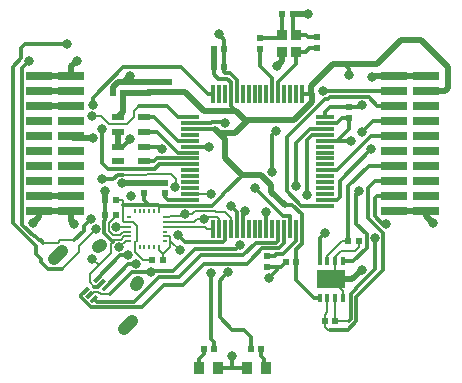
<source format=gtl>
G04 #@! TF.FileFunction,Copper,L1,Top,Signal*
%FSLAX46Y46*%
G04 Gerber Fmt 4.6, Leading zero omitted, Abs format (unit mm)*
G04 Created by KiCad (PCBNEW 4.0.0-rc1-stable) date 23/05/2016 12:24:27*
%MOMM*%
G01*
G04 APERTURE LIST*
%ADD10C,0.100000*%
%ADD11R,0.300000X1.500000*%
%ADD12R,1.500000X0.300000*%
%ADD13R,2.220000X0.740000*%
%ADD14R,0.620000X0.620000*%
%ADD15R,0.200000X0.400000*%
%ADD16R,0.400000X0.200000*%
%ADD17R,0.350000X0.650000*%
%ADD18R,0.800000X0.800000*%
%ADD19R,2.400000X1.550000*%
%ADD20R,0.950000X1.000000*%
%ADD21R,1.100000X0.600000*%
%ADD22R,0.850000X0.950000*%
%ADD23C,1.000000*%
%ADD24C,0.800000*%
%ADD25C,0.200000*%
%ADD26C,0.300000*%
%ADD27C,0.500000*%
%ADD28C,0.150000*%
G04 APERTURE END LIST*
D10*
D11*
X105869953Y-95808473D03*
X105369953Y-95808473D03*
X104869953Y-95808473D03*
X104369953Y-95808473D03*
X103869953Y-95808473D03*
X103369953Y-95808473D03*
X102869953Y-95808473D03*
X102369953Y-95808473D03*
X101869953Y-95808473D03*
X101369953Y-95808473D03*
X100869953Y-95808473D03*
X100369953Y-95808473D03*
X99869953Y-95808473D03*
X99369953Y-95808473D03*
X98869953Y-95808473D03*
X98369953Y-95808473D03*
D12*
X96419953Y-97758473D03*
X96419953Y-98258473D03*
X96419953Y-98758473D03*
X96419953Y-99258473D03*
X96419953Y-99758473D03*
X96419953Y-100258473D03*
X96419953Y-100758473D03*
X96419953Y-101258473D03*
X96419953Y-101758473D03*
X96419953Y-102258473D03*
X96419953Y-102758473D03*
X96419953Y-103258473D03*
X96419953Y-103758473D03*
X96419953Y-104258473D03*
X96419953Y-104758473D03*
X96419953Y-105258473D03*
D11*
X98369953Y-107208473D03*
X98869953Y-107208473D03*
X99369953Y-107208473D03*
X99869953Y-107208473D03*
X100369953Y-107208473D03*
X100869953Y-107208473D03*
X101369953Y-107208473D03*
X101869953Y-107208473D03*
X102369953Y-107208473D03*
X102869953Y-107208473D03*
X103369953Y-107208473D03*
X103869953Y-107208473D03*
X104369953Y-107208473D03*
X104869953Y-107208473D03*
X105369953Y-107208473D03*
X105869953Y-107208473D03*
D12*
X107819953Y-105258473D03*
X107819953Y-104758473D03*
X107819953Y-104258473D03*
X107819953Y-103758473D03*
X107819953Y-103258473D03*
X107819953Y-102758473D03*
X107819953Y-102258473D03*
X107819953Y-101758473D03*
X107819953Y-101258473D03*
X107819953Y-100758473D03*
X107819953Y-100258473D03*
X107819953Y-99758473D03*
X107819953Y-99258473D03*
X107819953Y-98758473D03*
X107819953Y-98258473D03*
X107819953Y-97758473D03*
D13*
X86365000Y-94285000D03*
X83635000Y-94285000D03*
X86365000Y-95555000D03*
X83635000Y-95555000D03*
X86365000Y-96825000D03*
X83635000Y-96825000D03*
X86365000Y-98095000D03*
X83635000Y-98095000D03*
X86365000Y-99365000D03*
X83635000Y-99365000D03*
X86365000Y-100635000D03*
X83635000Y-100635000D03*
X86365000Y-101905000D03*
X83635000Y-101905000D03*
X86365000Y-103175000D03*
X83635000Y-103175000D03*
X86365000Y-104445000D03*
X83635000Y-104445000D03*
X86365000Y-105715000D03*
X83635000Y-105715000D03*
D14*
X98450000Y-117400000D03*
X97550000Y-117400000D03*
D15*
X93750000Y-105750000D03*
X93350000Y-105750000D03*
X92950000Y-105750000D03*
X92550000Y-105750000D03*
X92150000Y-105750000D03*
X91750000Y-105750000D03*
D16*
X91250000Y-106250000D03*
X91250000Y-106650000D03*
X91250000Y-107050000D03*
X91250000Y-107450000D03*
X91250000Y-107850000D03*
X91250000Y-108250000D03*
D15*
X91750000Y-108750000D03*
X92150000Y-108750000D03*
X92550000Y-108750000D03*
X92950000Y-108750000D03*
X93350000Y-108750000D03*
X93750000Y-108750000D03*
D16*
X94250000Y-108250000D03*
X94250000Y-107850000D03*
X94250000Y-107450000D03*
X94250000Y-107050000D03*
X94250000Y-106650000D03*
X94250000Y-106250000D03*
D14*
X94100000Y-109850000D03*
X93200000Y-109850000D03*
D13*
X116365000Y-94285000D03*
X113635000Y-94285000D03*
X116365000Y-95555000D03*
X113635000Y-95555000D03*
X116365000Y-96825000D03*
X113635000Y-96825000D03*
X116365000Y-98095000D03*
X113635000Y-98095000D03*
X116365000Y-99365000D03*
X113635000Y-99365000D03*
X116365000Y-100635000D03*
X113635000Y-100635000D03*
X116365000Y-101905000D03*
X113635000Y-101905000D03*
X116365000Y-103175000D03*
X113635000Y-103175000D03*
X116365000Y-104445000D03*
X113635000Y-104445000D03*
X116365000Y-105715000D03*
X113635000Y-105715000D03*
D17*
X109325000Y-109950000D03*
X108675000Y-109950000D03*
X108025000Y-109950000D03*
X107375000Y-109950000D03*
X107375000Y-113050000D03*
X108025000Y-113050000D03*
X108675000Y-113050000D03*
X109325000Y-113050000D03*
D18*
X108950000Y-111500000D03*
X107750000Y-111500000D03*
X108950000Y-111500000D03*
X107750000Y-111500000D03*
D19*
X108350000Y-111500000D03*
D14*
X99319953Y-93508473D03*
X98419953Y-93508473D03*
X99319953Y-92008473D03*
X98419953Y-92008473D03*
X93000000Y-94750000D03*
X93000000Y-95650000D03*
X94600000Y-94750000D03*
X94600000Y-95650000D03*
X90150000Y-106025000D03*
X89250000Y-106025000D03*
X89250000Y-104800000D03*
X90150000Y-104800000D03*
X107119953Y-91008473D03*
X107119953Y-91908473D03*
X104219953Y-89008473D03*
X105119953Y-89008473D03*
X92500000Y-103300000D03*
X92500000Y-104200000D03*
X109850000Y-97800000D03*
X109850000Y-96900000D03*
X104500000Y-110025000D03*
X105400000Y-110025000D03*
X102950000Y-109525000D03*
X102950000Y-110425000D03*
X94250000Y-104200000D03*
X94250000Y-103300000D03*
X109800000Y-108250000D03*
X110700000Y-108250000D03*
X90750000Y-95750000D03*
X89850000Y-95750000D03*
D20*
X98800000Y-119000000D03*
X97200000Y-119000000D03*
X101200000Y-119000000D03*
X102800000Y-119000000D03*
D21*
X90300000Y-97750000D03*
X90300000Y-99000000D03*
X90300000Y-100250000D03*
X90300000Y-101500000D03*
X92500000Y-101500000D03*
X92500000Y-100250000D03*
X92500000Y-99000000D03*
X92500000Y-97750000D03*
D14*
X102369953Y-91058473D03*
X102369953Y-91958473D03*
X101550000Y-117400000D03*
X102450000Y-117400000D03*
D22*
X105369953Y-92258473D03*
X105369953Y-90808473D03*
X104219953Y-90808473D03*
X104219953Y-92258473D03*
D23*
X88654944Y-108789079D02*
X88831720Y-108612303D01*
X91801569Y-111935704D02*
X91978345Y-111758928D01*
X84924955Y-109761351D02*
X85561351Y-109124955D01*
X90829297Y-115665693D02*
X91465693Y-115029297D01*
D14*
X108700000Y-115000000D03*
X107800000Y-115000000D03*
D10*
G36*
X89417627Y-111777348D02*
X89629759Y-111989480D01*
X89127713Y-112491526D01*
X88915581Y-112279394D01*
X89417627Y-111777348D01*
X89417627Y-111777348D01*
G37*
G36*
X89064074Y-111423794D02*
X89276206Y-111635926D01*
X88774160Y-112137972D01*
X88562028Y-111925840D01*
X89064074Y-111423794D01*
X89064074Y-111423794D01*
G37*
G36*
X88710520Y-111070241D02*
X88922652Y-111282373D01*
X88420606Y-111784419D01*
X88208474Y-111572287D01*
X88710520Y-111070241D01*
X88710520Y-111070241D01*
G37*
G36*
X87692287Y-112088474D02*
X87904419Y-112300606D01*
X87402373Y-112802652D01*
X87190241Y-112590520D01*
X87692287Y-112088474D01*
X87692287Y-112088474D01*
G37*
G36*
X88045840Y-112442028D02*
X88257972Y-112654160D01*
X87755926Y-113156206D01*
X87543794Y-112944074D01*
X88045840Y-112442028D01*
X88045840Y-112442028D01*
G37*
G36*
X88399394Y-112795581D02*
X88611526Y-113007713D01*
X88109480Y-113509759D01*
X87897348Y-113297627D01*
X88399394Y-112795581D01*
X88399394Y-112795581D01*
G37*
D24*
X88141139Y-109791139D03*
X95570000Y-109040012D03*
X100000000Y-118000000D03*
X117000000Y-106750000D03*
X83125000Y-106750000D03*
X86600000Y-106800000D03*
X103750000Y-93450000D03*
X90633583Y-103370021D03*
X89250000Y-103990000D03*
X91350000Y-99625000D03*
X103075000Y-111400000D03*
X86800000Y-92975000D03*
X99350000Y-98240010D03*
X110975000Y-110675000D03*
X110025000Y-99750000D03*
X111775000Y-94325000D03*
X106425000Y-89000000D03*
X98850000Y-90750000D03*
X91300000Y-94240010D03*
X111000000Y-96775010D03*
X109825000Y-94225000D03*
X88122396Y-97687833D03*
X99850000Y-105300000D03*
X98175000Y-111000000D03*
X101100000Y-105725000D03*
X99625000Y-110900010D03*
X98000000Y-100250000D03*
X94051473Y-100448527D03*
X88951088Y-98748912D03*
X90420048Y-108780711D03*
X91375000Y-104450000D03*
X98200000Y-104250000D03*
X88151734Y-96698266D03*
X103675000Y-98925000D03*
X103351777Y-102423223D03*
X101925000Y-103800000D03*
X107646651Y-95529727D03*
X111000000Y-99000000D03*
X111750000Y-100500000D03*
X107850000Y-107550000D03*
X106325000Y-104340010D03*
X110750000Y-104000000D03*
X105400000Y-103600000D03*
X112050011Y-108000000D03*
X113000000Y-106800000D03*
X88159990Y-99500000D03*
X97578219Y-106399990D03*
X95119951Y-103700000D03*
X88925000Y-103000000D03*
X88424981Y-107249644D03*
X86000000Y-91600000D03*
X90175000Y-107069736D03*
X95400390Y-107740001D03*
X88000000Y-106400000D03*
X96000000Y-106000000D03*
X82800000Y-93000000D03*
X93080000Y-110890000D03*
X100625000Y-108625000D03*
X102800000Y-105800000D03*
X91830000Y-110180000D03*
X91174226Y-109473659D03*
D25*
X88685240Y-110324760D02*
X87957581Y-111052419D01*
X89750000Y-109260000D02*
X88685240Y-110324760D01*
X88685240Y-110324760D02*
X88674760Y-110324760D01*
X88674760Y-110324760D02*
X88141139Y-109791139D01*
X94700001Y-108724999D02*
X94700001Y-108170013D01*
X94700001Y-108170013D02*
X94750389Y-108220401D01*
X94750389Y-108220401D02*
X95570000Y-109040012D01*
X94100000Y-109340000D02*
X94100000Y-109325000D01*
X94100000Y-109325000D02*
X94700001Y-108724999D01*
X94700001Y-108724999D02*
X94700001Y-108277954D01*
X94700001Y-108277954D02*
X94740001Y-108237954D01*
X90108047Y-108130710D02*
X89897379Y-108267378D01*
X89897379Y-108267378D02*
X89750000Y-108488757D01*
D26*
X89250000Y-106025000D02*
X89250000Y-106467035D01*
X89250000Y-106467035D02*
X89124989Y-106592046D01*
X89124989Y-106592046D02*
X89124989Y-107547426D01*
X89124989Y-107547426D02*
X89871160Y-108293597D01*
X89871160Y-108293597D02*
X89897379Y-108267378D01*
D25*
X91250000Y-107850000D02*
X90851726Y-107850000D01*
X90851726Y-107850000D02*
X90571016Y-108130710D01*
X89750000Y-108488757D02*
X89750000Y-109260000D01*
X90571016Y-108130710D02*
X90108047Y-108130710D01*
X87957581Y-111052419D02*
X87957581Y-111757581D01*
X87957581Y-111757581D02*
X88303499Y-112103499D01*
D26*
X99941056Y-119000000D02*
X98800000Y-119000000D01*
X101200000Y-119000000D02*
X99941056Y-119000000D01*
X99941056Y-118058944D02*
X100000000Y-118000000D01*
X99941056Y-119000000D02*
X99941056Y-118058944D01*
X88918234Y-111781766D02*
X88596501Y-112103499D01*
X88596501Y-112103499D02*
X88303499Y-112103499D01*
D27*
X116365000Y-105715000D02*
X116365000Y-106115000D01*
X116365000Y-106115000D02*
X117000000Y-106750000D01*
X83635000Y-105715000D02*
X83635000Y-106240000D01*
X83635000Y-106240000D02*
X83125000Y-106750000D01*
X86365000Y-105715000D02*
X86365000Y-106565000D01*
X86365000Y-106565000D02*
X86600000Y-106800000D01*
X104219953Y-92980047D02*
X103750000Y-93450000D01*
X104219953Y-92258473D02*
X104219953Y-92980047D01*
D25*
X94740001Y-107940001D02*
X94740001Y-108237954D01*
D27*
X92500000Y-103300000D02*
X90703604Y-103300000D01*
X90703604Y-103300000D02*
X90633583Y-103370021D01*
D25*
X94250000Y-107850000D02*
X94650000Y-107850000D01*
X94650000Y-107850000D02*
X94740001Y-107940001D01*
D27*
X89250000Y-103990000D02*
X89250000Y-104800000D01*
D25*
X94100000Y-109850000D02*
X94100000Y-109340000D01*
X94100000Y-109340000D02*
X93750000Y-108990000D01*
X93750000Y-108990000D02*
X93750000Y-108750000D01*
D26*
X89250000Y-106025000D02*
X89250000Y-105408238D01*
X89250000Y-105408238D02*
X89250000Y-104800000D01*
X90300000Y-100250000D02*
X90725000Y-100250000D01*
X90725000Y-100250000D02*
X91350000Y-99625000D01*
D27*
X90300000Y-99000000D02*
X90300000Y-99707398D01*
X90300000Y-99707398D02*
X90300000Y-100250000D01*
D26*
X103732264Y-110425000D02*
X104100000Y-110425000D01*
X102950000Y-110425000D02*
X103732264Y-110425000D01*
X103732264Y-110425000D02*
X103732264Y-110742736D01*
X103732264Y-110742736D02*
X103075000Y-111400000D01*
X104100000Y-110425000D02*
X104500000Y-110025000D01*
D27*
X86365000Y-94285000D02*
X86365000Y-93410000D01*
X86365000Y-93410000D02*
X86800000Y-92975000D01*
X83635000Y-94285000D02*
X86365000Y-94285000D01*
X93000000Y-94750000D02*
X90940774Y-94750000D01*
X90940774Y-94750000D02*
X90865392Y-94674618D01*
X94600000Y-94750000D02*
X93000000Y-94750000D01*
X89850000Y-95237998D02*
X90337998Y-94750000D01*
X94250000Y-103300000D02*
X92500000Y-103300000D01*
D26*
X96419953Y-98258473D02*
X98174073Y-98258473D01*
X98174073Y-98258473D02*
X98264082Y-98168464D01*
X98264082Y-98168464D02*
X99278454Y-98168464D01*
X99278454Y-98168464D02*
X99350000Y-98240010D01*
D27*
X113635000Y-105715000D02*
X113560000Y-105715000D01*
X108350000Y-111500000D02*
X110150000Y-111500000D01*
X110150000Y-111500000D02*
X110975000Y-110675000D01*
D25*
X108675000Y-109950000D02*
X108675000Y-109577998D01*
X108675000Y-109577998D02*
X109177998Y-109075000D01*
X110385000Y-109075000D02*
X110700000Y-108760000D01*
X109177998Y-109075000D02*
X110385000Y-109075000D01*
X110700000Y-108760000D02*
X110700000Y-108250000D01*
D27*
X113635000Y-105715000D02*
X116365000Y-105715000D01*
D26*
X108869953Y-99758473D02*
X110016527Y-99758473D01*
X110016527Y-99758473D02*
X110025000Y-99750000D01*
X107819953Y-99758473D02*
X108869953Y-99758473D01*
X108869953Y-99758473D02*
X109850000Y-98778426D01*
X109850000Y-98778426D02*
X109850000Y-98410000D01*
X109850000Y-98410000D02*
X109850000Y-97800000D01*
D27*
X113635000Y-94285000D02*
X111815000Y-94285000D01*
X111815000Y-94285000D02*
X111775000Y-94325000D01*
X113635000Y-94285000D02*
X116365000Y-94285000D01*
D26*
X109290428Y-97800000D02*
X109850000Y-97800000D01*
X108551526Y-98248474D02*
X108841954Y-98248474D01*
X108841954Y-98248474D02*
X109290428Y-97800000D01*
X107819953Y-98258473D02*
X108541527Y-98258473D01*
X108541527Y-98258473D02*
X108551526Y-98248474D01*
D27*
X105119953Y-89008473D02*
X106416527Y-89008473D01*
X106416527Y-89008473D02*
X106425000Y-89000000D01*
D26*
X99319953Y-92008473D02*
X99319953Y-91219953D01*
X99319953Y-91219953D02*
X98850000Y-90750000D01*
X99319953Y-93944953D02*
X99384990Y-94009990D01*
X99384990Y-94009990D02*
X99776451Y-94009991D01*
X99776451Y-94009991D02*
X100369953Y-94603493D01*
X100369953Y-94603493D02*
X100369953Y-94758473D01*
X100369953Y-94758473D02*
X100369953Y-95808473D01*
X99319953Y-93508473D02*
X99319953Y-93944953D01*
X99319953Y-92008473D02*
X99319953Y-93508473D01*
X106433473Y-91008473D02*
X106233473Y-90808473D01*
X106233473Y-90808473D02*
X105369953Y-90808473D01*
X107119953Y-91008473D02*
X106433473Y-91008473D01*
X105119953Y-89008473D02*
X105119953Y-90558473D01*
X105119953Y-90558473D02*
X105369953Y-90808473D01*
D25*
X108350000Y-111500000D02*
X108675000Y-111175000D01*
X108675000Y-111175000D02*
X108675000Y-109950000D01*
X109325000Y-113050000D02*
X109325000Y-112475000D01*
X109325000Y-112475000D02*
X108350000Y-111500000D01*
X93750000Y-108750000D02*
X93759999Y-108740001D01*
D27*
X83635000Y-105715000D02*
X86365000Y-105715000D01*
X90865392Y-94750000D02*
X90865392Y-94674618D01*
X90865392Y-94674618D02*
X91300000Y-94240010D01*
X90337998Y-94750000D02*
X90865392Y-94750000D01*
X89850000Y-95750000D02*
X89850000Y-95237998D01*
D26*
X103869953Y-94758473D02*
X105369953Y-93258473D01*
X105369953Y-93258473D02*
X105369953Y-93033473D01*
X105369953Y-93033473D02*
X105369953Y-92258473D01*
X106191527Y-92258473D02*
X106191527Y-92226899D01*
X106191527Y-92226899D02*
X106509953Y-91908473D01*
X106509953Y-91908473D02*
X107119953Y-91908473D01*
X105369953Y-92258473D02*
X106191527Y-92258473D01*
X103869953Y-95808473D02*
X103869953Y-94758473D01*
X102369953Y-91058473D02*
X103969953Y-91058473D01*
X104219953Y-90808473D02*
X104219953Y-89008473D01*
X103969953Y-91058473D02*
X104219953Y-90808473D01*
D25*
X91250000Y-106650000D02*
X91600002Y-106650000D01*
X91600002Y-106650000D02*
X91950000Y-106999998D01*
X91950000Y-106999998D02*
X91950000Y-108199998D01*
X91925000Y-108224998D02*
X91875002Y-108224998D01*
X91950000Y-108199998D02*
X91925000Y-108224998D01*
X91875002Y-108224998D02*
X91750000Y-108350000D01*
X91750000Y-108350000D02*
X91750000Y-108750000D01*
X90759999Y-106582001D02*
X90759999Y-105212911D01*
X90759999Y-105212911D02*
X90759999Y-104899999D01*
D26*
X92893879Y-105209999D02*
X90762911Y-105209999D01*
D25*
X90762911Y-105209999D02*
X90759999Y-105212911D01*
X91250000Y-106650000D02*
X90827998Y-106650000D01*
X90827998Y-106650000D02*
X90759999Y-106582001D01*
X90660000Y-104800000D02*
X90150000Y-104800000D01*
X90759999Y-104899999D02*
X90660000Y-104800000D01*
D26*
X105400000Y-110025000D02*
X105400000Y-111550000D01*
X105400000Y-111550000D02*
X106900000Y-113050000D01*
X106900000Y-113050000D02*
X107375000Y-113050000D01*
X109850000Y-96900000D02*
X110596065Y-96900000D01*
X110875010Y-96900000D02*
X110596065Y-96900000D01*
X110596065Y-96900000D02*
X110834991Y-96900000D01*
X111000000Y-96775010D02*
X110875010Y-96900000D01*
D25*
X91750000Y-109172002D02*
X92427998Y-109850000D01*
X92427998Y-109850000D02*
X93200000Y-109850000D01*
X91750000Y-108750000D02*
X91750000Y-109172002D01*
D26*
X105859963Y-108480037D02*
X105400000Y-108940000D01*
X105400000Y-108940000D02*
X105400000Y-110025000D01*
D27*
X90750000Y-95750000D02*
X92900000Y-95750000D01*
X92900000Y-95750000D02*
X93000000Y-95650000D01*
D26*
X99869953Y-96820475D02*
X100267401Y-97217923D01*
D27*
X97571405Y-97217923D02*
X100267401Y-97217923D01*
X100267401Y-97217923D02*
X101082844Y-98033366D01*
X94600000Y-95650000D02*
X96003482Y-95650000D01*
X96003482Y-95650000D02*
X97571405Y-97217923D01*
X93000000Y-95650000D02*
X94600000Y-95650000D01*
D26*
X99869953Y-95808473D02*
X99869953Y-96820475D01*
X101082844Y-98033366D02*
X101301034Y-98033366D01*
D27*
X90750000Y-97300000D02*
X90750000Y-95750000D01*
X90300000Y-97750000D02*
X90750000Y-97300000D01*
X99400000Y-101250000D02*
X99400000Y-99650000D01*
X99400000Y-99650000D02*
X98840001Y-99090001D01*
X100809999Y-102659999D02*
X99400000Y-101250000D01*
X100863449Y-102659999D02*
X100809999Y-102659999D01*
X100863449Y-102659999D02*
X102400599Y-102659999D01*
D26*
X99225000Y-104320202D02*
X99225000Y-104298448D01*
X99225000Y-104298448D02*
X100863449Y-102659999D01*
X96419953Y-105258473D02*
X98286729Y-105258473D01*
X98286729Y-105258473D02*
X99225000Y-104320202D01*
X105869953Y-107208473D02*
X105869953Y-105994953D01*
X105075000Y-105200000D02*
X104425000Y-105200000D01*
X105869953Y-105994953D02*
X105075000Y-105200000D01*
D27*
X103300000Y-104075000D02*
X104425000Y-105200000D01*
X103275000Y-104075000D02*
X103300000Y-104075000D01*
X102400599Y-102659999D02*
X103275000Y-103534400D01*
X103275000Y-103534400D02*
X103275000Y-104075000D01*
X108525000Y-93250000D02*
X109336450Y-93250000D01*
X109336450Y-93250000D02*
X111564990Y-93250000D01*
D26*
X109825000Y-94225000D02*
X109825000Y-93659315D01*
X109825000Y-93659315D02*
X109415685Y-93250000D01*
X109415685Y-93250000D02*
X109336450Y-93250000D01*
D27*
X107576690Y-94198310D02*
X108525000Y-93250000D01*
X107576690Y-94200000D02*
X107576690Y-94198310D01*
D26*
X107819953Y-97758473D02*
X107819953Y-97308473D01*
X107819953Y-97308473D02*
X108228426Y-96900000D01*
X108228426Y-96900000D02*
X109850000Y-96900000D01*
X93722001Y-105209999D02*
X92893879Y-105209999D01*
X92500000Y-104200000D02*
X92500000Y-104816120D01*
X92500000Y-104816120D02*
X92893879Y-105209999D01*
X94258473Y-105258473D02*
X93770475Y-105258473D01*
X93770475Y-105258473D02*
X93722001Y-105209999D01*
X105869953Y-95808473D02*
X106679801Y-95808473D01*
X106679801Y-95808473D02*
X106738455Y-95808473D01*
D27*
X107576690Y-94200000D02*
X106679801Y-95096889D01*
X106679801Y-95096889D02*
X106679801Y-95808473D01*
X106738455Y-95808473D02*
X106738455Y-96493569D01*
X106738455Y-96493569D02*
X105198658Y-98033366D01*
X105198658Y-98033366D02*
X101301034Y-98033366D01*
X101301034Y-98033366D02*
X100244399Y-99090001D01*
X100244399Y-99090001D02*
X98840001Y-99090001D01*
X99793211Y-99090001D02*
X98840001Y-99090001D01*
X98840001Y-99090001D02*
X98750000Y-99000000D01*
D26*
X105869953Y-107208473D02*
X105859963Y-107218463D01*
X105859963Y-107218463D02*
X105859963Y-108480037D01*
D27*
X98750000Y-99000000D02*
X98508473Y-98758473D01*
D26*
X98508473Y-98758473D02*
X96419953Y-98758473D01*
D27*
X92950000Y-95750000D02*
X93000000Y-95700000D01*
D25*
X93750000Y-105750000D02*
X93750000Y-105350000D01*
X93750000Y-105350000D02*
X93841527Y-105258473D01*
X93841527Y-105258473D02*
X94258473Y-105258473D01*
D26*
X96419953Y-105258473D02*
X94258473Y-105258473D01*
D27*
X111289969Y-93250000D02*
X111564990Y-93250000D01*
X116000000Y-91250000D02*
X118250000Y-93500000D01*
X118250000Y-93500000D02*
X118250000Y-93897998D01*
X114250000Y-91250000D02*
X116000000Y-91250000D01*
X112250000Y-93250000D02*
X114250000Y-91250000D01*
X111564990Y-93250000D02*
X112250000Y-93250000D01*
D26*
X99573482Y-94500000D02*
X98801480Y-94500000D01*
X98801480Y-94500000D02*
X98419953Y-94118473D01*
X98419953Y-94118473D02*
X98419953Y-93508473D01*
X99869953Y-95808473D02*
X99869953Y-94796471D01*
X99869953Y-94796471D02*
X99573482Y-94500000D01*
D27*
X118250000Y-95280000D02*
X118250000Y-93897998D01*
X116365000Y-95555000D02*
X117975000Y-95555000D01*
X117975000Y-95555000D02*
X118250000Y-95280000D01*
X98419953Y-92008473D02*
X98419953Y-93508473D01*
D26*
X98369953Y-93558473D02*
X98419953Y-93508473D01*
X96419953Y-105258473D02*
X95819953Y-105258473D01*
X102950000Y-109525000D02*
X103560000Y-109525000D01*
X103560000Y-109525000D02*
X103719992Y-109365008D01*
X103719992Y-109365008D02*
X104263418Y-109365008D01*
X104263418Y-109365008D02*
X105369953Y-108258473D01*
X105369953Y-108258473D02*
X105369953Y-107208473D01*
X94250000Y-104500000D02*
X94508473Y-104758473D01*
X94508473Y-104758473D02*
X95419953Y-104758473D01*
X94250000Y-104200000D02*
X94250000Y-104500000D01*
X95419953Y-104758473D02*
X96419953Y-104758473D01*
X113635000Y-101905000D02*
X111520000Y-101905000D01*
X111520000Y-101905000D02*
X109800000Y-103625000D01*
X109800000Y-103625000D02*
X109800000Y-107640000D01*
X109800000Y-107640000D02*
X109800000Y-108250000D01*
X113635000Y-101905000D02*
X112812998Y-101905000D01*
D25*
X108025000Y-109950000D02*
X108025000Y-109515000D01*
X108025000Y-109515000D02*
X109290000Y-108250000D01*
X109290000Y-108250000D02*
X109800000Y-108250000D01*
X90150000Y-106025000D02*
X90150000Y-106132734D01*
X90150000Y-106132734D02*
X89524999Y-106757735D01*
X90850000Y-107450000D02*
X91250000Y-107450000D01*
X89524999Y-106757735D02*
X89524999Y-107381737D01*
X89524999Y-107381737D02*
X89862999Y-107719737D01*
X89862999Y-107719737D02*
X90487001Y-107719737D01*
X90487001Y-107719737D02*
X90756738Y-107450000D01*
X90756738Y-107450000D02*
X90850000Y-107450000D01*
D26*
X97200000Y-119000000D02*
X97200000Y-118200000D01*
X97550000Y-117850000D02*
X97550000Y-117400000D01*
X97200000Y-118200000D02*
X97550000Y-117850000D01*
X102640000Y-118200000D02*
X102640000Y-118840000D01*
X102640000Y-118840000D02*
X102800000Y-119000000D01*
X102450000Y-117400000D02*
X102450000Y-118010000D01*
X102450000Y-118010000D02*
X102640000Y-118200000D01*
X102369953Y-93465155D02*
X102369953Y-92568473D01*
X102369953Y-92568473D02*
X102369953Y-91958473D01*
X103369953Y-95808473D02*
X103369953Y-94465155D01*
X103369953Y-94465155D02*
X102369953Y-93465155D01*
X96419953Y-97758473D02*
X95369953Y-97758473D01*
X95369953Y-97758473D02*
X94471478Y-96859998D01*
X94471478Y-96859998D02*
X92065002Y-96859998D01*
D25*
X91659999Y-97265001D02*
X92065002Y-96859998D01*
X88122396Y-97687833D02*
X88865831Y-97687833D01*
X88865831Y-97687833D02*
X89517999Y-98340001D01*
X89517999Y-98340001D02*
X91082001Y-98340001D01*
X91659999Y-97762003D02*
X91659999Y-97265001D01*
X91082001Y-98340001D02*
X91659999Y-97762003D01*
D26*
X98450000Y-117400000D02*
X98450000Y-116790000D01*
X98450000Y-116790000D02*
X98175000Y-116515000D01*
X98175000Y-116515000D02*
X98175000Y-114500000D01*
X99850000Y-105300000D02*
X100369953Y-105819953D01*
X100369953Y-105819953D02*
X100369953Y-107208473D01*
X98175000Y-114500000D02*
X98175000Y-111000000D01*
X99625000Y-110900010D02*
X99225001Y-111300009D01*
X98908613Y-111616387D02*
X98908613Y-114708613D01*
X99225001Y-111300009D02*
X99224991Y-111300009D01*
X99224991Y-111300009D02*
X98908613Y-111616387D01*
X98908613Y-114708613D02*
X100000000Y-115800000D01*
X100000000Y-115800000D02*
X101012798Y-115800000D01*
X101012798Y-115800000D02*
X101550000Y-116337202D01*
X101550000Y-116337202D02*
X101550000Y-117400000D01*
X100869953Y-107208473D02*
X100869953Y-105955047D01*
X100869953Y-105955047D02*
X101100000Y-105725000D01*
X96419953Y-99758473D02*
X95369953Y-99758473D01*
X95369953Y-99758473D02*
X93361480Y-97750000D01*
X93361480Y-97750000D02*
X93350000Y-97750000D01*
X93350000Y-97750000D02*
X92500000Y-97750000D01*
X98000000Y-100250000D02*
X96428426Y-100250000D01*
X96428426Y-100250000D02*
X96419953Y-100258473D01*
X92500000Y-100250000D02*
X93852946Y-100250000D01*
X93852946Y-100250000D02*
X94051473Y-100448527D01*
X92500000Y-99000000D02*
X93649478Y-99000000D01*
X95407951Y-100758473D02*
X96419953Y-100758473D01*
X93649478Y-99000000D02*
X95407951Y-100758473D01*
X92500000Y-101500000D02*
X93350000Y-101500000D01*
X93350000Y-101500000D02*
X93591527Y-101258473D01*
X93591527Y-101258473D02*
X95369953Y-101258473D01*
X95369953Y-101258473D02*
X96419953Y-101258473D01*
X89477999Y-102140001D02*
X88951088Y-101613090D01*
X88951088Y-101613090D02*
X88951088Y-101396432D01*
X88951088Y-98748912D02*
X88951088Y-101396432D01*
X96419953Y-101758473D02*
X93784505Y-101758473D01*
X93784505Y-101758473D02*
X93402977Y-102140001D01*
X93402977Y-102140001D02*
X89477999Y-102140001D01*
D25*
X91250000Y-108250000D02*
X90950759Y-108250000D01*
X90950759Y-108250000D02*
X90420048Y-108780711D01*
X98200000Y-104250000D02*
X97666946Y-104250000D01*
X97666946Y-104250000D02*
X97658473Y-104258473D01*
X97658473Y-104258473D02*
X96419953Y-104258473D01*
D26*
X96428426Y-104250000D02*
X96419953Y-104258473D01*
D25*
X97650000Y-107050000D02*
X97808473Y-107208473D01*
X97808473Y-107208473D02*
X98369953Y-107208473D01*
X94250000Y-107050000D02*
X97650000Y-107050000D01*
X98356086Y-107194606D02*
X98369953Y-107208473D01*
D26*
X98369953Y-95808473D02*
X97919953Y-95808473D01*
X97919953Y-95808473D02*
X95611489Y-93500009D01*
X95611489Y-93500009D02*
X90753589Y-93500009D01*
X90753589Y-93500009D02*
X88151734Y-96101864D01*
X88151734Y-96101864D02*
X88151734Y-96132581D01*
X88151734Y-96132581D02*
X88151734Y-96698266D01*
X103351777Y-102423223D02*
X103351777Y-99248223D01*
X103351777Y-99248223D02*
X103675000Y-98925000D01*
X104869953Y-107208473D02*
X104869953Y-106158473D01*
X104869953Y-106158473D02*
X104829952Y-106118472D01*
X104829952Y-106118472D02*
X104243472Y-106118472D01*
X104243472Y-106118472D02*
X101925000Y-103800000D01*
X113635000Y-95555000D02*
X107671924Y-95555000D01*
X107671924Y-95555000D02*
X107646651Y-95529727D01*
X107819953Y-105258473D02*
X105833473Y-105258473D01*
X105833473Y-105258473D02*
X104600000Y-104025000D01*
X104600000Y-104025000D02*
X104600000Y-99475000D01*
X107816425Y-96249999D02*
X108050001Y-96249999D01*
X104600000Y-99475000D02*
X105443049Y-98631951D01*
X105443049Y-98631951D02*
X105443049Y-98623375D01*
X105443049Y-98623375D02*
X107816425Y-96249999D01*
X108050001Y-96249999D02*
X108225000Y-96075000D01*
X108225000Y-96075000D02*
X111525000Y-96075000D01*
X111525000Y-96075000D02*
X112275000Y-96825000D01*
X112275000Y-96825000D02*
X113635000Y-96825000D01*
X111750000Y-98250000D02*
X111000000Y-99000000D01*
X111750000Y-100500000D02*
X109111733Y-103138267D01*
X109111733Y-103138267D02*
X109111733Y-104516693D01*
X109111733Y-104516693D02*
X108869953Y-104758473D01*
X108869953Y-104758473D02*
X107819953Y-104758473D01*
X113635000Y-98095000D02*
X111905000Y-98095000D01*
X111905000Y-98095000D02*
X111750000Y-98250000D01*
X107828426Y-104750000D02*
X107819953Y-104758473D01*
X107850000Y-107550000D02*
X107375000Y-108025000D01*
X107375000Y-108025000D02*
X107375000Y-109950000D01*
X107819953Y-99258473D02*
X106769953Y-99258473D01*
X106769953Y-99258473D02*
X106325000Y-99703426D01*
X106325000Y-99703426D02*
X106325000Y-104340010D01*
X110500010Y-104750000D02*
X110500010Y-104249990D01*
X110500010Y-104249990D02*
X110750000Y-104000000D01*
X111350001Y-107667999D02*
X110500010Y-106818008D01*
X110500010Y-106818008D02*
X110500010Y-104750000D01*
X107819953Y-98758473D02*
X106576975Y-98758473D01*
X105400000Y-100128426D02*
X105400000Y-103600000D01*
X106576975Y-98758473D02*
X105400000Y-99935448D01*
X105400000Y-99935448D02*
X105400000Y-100128426D01*
X111288276Y-107606274D02*
X111350001Y-107667999D01*
X111350001Y-107667999D02*
X111350001Y-108832001D01*
X111350001Y-108832001D02*
X110232002Y-109950000D01*
X110232002Y-109950000D02*
X109800000Y-109950000D01*
X109800000Y-109950000D02*
X109325000Y-109950000D01*
X108225001Y-115800001D02*
X109765001Y-115800001D01*
X109765001Y-115800001D02*
X110500000Y-115065002D01*
X111500000Y-106300000D02*
X111500000Y-103750000D01*
X110500000Y-115065002D02*
X110500000Y-113000000D01*
X110500000Y-113000000D02*
X112752864Y-110747136D01*
X112752864Y-110747136D02*
X112752864Y-107552864D01*
X112752864Y-107552864D02*
X111500000Y-106300000D01*
X111500000Y-103750000D02*
X112075000Y-103175000D01*
X112075000Y-103175000D02*
X113635000Y-103175000D01*
D25*
X108225001Y-115800001D02*
X108090001Y-115800001D01*
X108090001Y-115800001D02*
X107800000Y-115510000D01*
X107800000Y-115510000D02*
X107800000Y-115000000D01*
X108025000Y-113050000D02*
X108025000Y-114258221D01*
X107800000Y-115000000D02*
X107800000Y-114490000D01*
X107800000Y-114490000D02*
X108025000Y-114265000D01*
X108025000Y-114265000D02*
X108025000Y-114258221D01*
X108675000Y-113575000D02*
X108700000Y-113600000D01*
X108700000Y-113600000D02*
X108700000Y-115000000D01*
D26*
X112050011Y-108000000D02*
X112050011Y-108565685D01*
X112050011Y-108565685D02*
X112052854Y-108568528D01*
X112052854Y-108568528D02*
X112052854Y-110633148D01*
X112052854Y-104617146D02*
X112052854Y-106152856D01*
X112052854Y-106152856D02*
X112699998Y-106800000D01*
X112699998Y-106800000D02*
X113000000Y-106800000D01*
X110000000Y-112750000D02*
X110000000Y-113920915D01*
X110000000Y-113920915D02*
X110000000Y-114825000D01*
D25*
X108675000Y-113050000D02*
X108675000Y-113575000D01*
X109825000Y-115000000D02*
X108700000Y-115000000D01*
D26*
X113635000Y-104445000D02*
X112225000Y-104445000D01*
X112225000Y-104445000D02*
X112052854Y-104617146D01*
X112052854Y-110633148D02*
X110436002Y-112250000D01*
X110436002Y-112250000D02*
X110436002Y-112313998D01*
X110436002Y-112313998D02*
X110000000Y-112750000D01*
X110000000Y-114825000D02*
X109825000Y-115000000D01*
X107819953Y-102258473D02*
X108869953Y-102258473D01*
X108869953Y-102258473D02*
X111763426Y-99365000D01*
X111763426Y-99365000D02*
X112225000Y-99365000D01*
X112225000Y-99365000D02*
X113635000Y-99365000D01*
D27*
X88159990Y-99500000D02*
X86500000Y-99500000D01*
X86500000Y-99500000D02*
X86365000Y-99365000D01*
X83635000Y-95555000D02*
X86365000Y-95555000D01*
X83635000Y-96825000D02*
X86365000Y-96825000D01*
X83635000Y-104445000D02*
X86365000Y-104445000D01*
D26*
X102525001Y-108874999D02*
X101454837Y-109945163D01*
X101454837Y-109945163D02*
X101200000Y-110200000D01*
X103908407Y-108874999D02*
X102525001Y-108874999D01*
X88023685Y-113850010D02*
X92339322Y-113850010D01*
X95800000Y-112000000D02*
X94189332Y-112000000D01*
X94189332Y-112000000D02*
X92339322Y-113850010D01*
X97600000Y-110200000D02*
X95800000Y-112000000D01*
X101200000Y-110200000D02*
X97600000Y-110200000D01*
X104369953Y-108413453D02*
X103908407Y-108874999D01*
X104369953Y-107208473D02*
X104369953Y-108413453D01*
X87546447Y-112446446D02*
X87200000Y-112792893D01*
X87200000Y-112792893D02*
X87200000Y-113026325D01*
X87200000Y-113026325D02*
X88023685Y-113850010D01*
X88500001Y-113400000D02*
X88500001Y-113398234D01*
X88500001Y-113398234D02*
X88254437Y-113152670D01*
X95500000Y-111300000D02*
X97322951Y-109477049D01*
X101975011Y-108424989D02*
X100922951Y-109477049D01*
X100922951Y-109477049D02*
X97322951Y-109477049D01*
X103705439Y-108384989D02*
X103615011Y-108384989D01*
X103615011Y-108384989D02*
X103575011Y-108424989D01*
X103575011Y-108424989D02*
X101975011Y-108424989D01*
X93800000Y-111300000D02*
X95500000Y-111300000D01*
X88500001Y-113400000D02*
X91700000Y-113400000D01*
X103705439Y-108384989D02*
X103869953Y-108220475D01*
X91700000Y-113400000D02*
X93800000Y-111300000D01*
X103869953Y-108220475D02*
X103869953Y-107208473D01*
D25*
X96249990Y-106650000D02*
X96762524Y-106650000D01*
X96762524Y-106650000D02*
X97012534Y-106399990D01*
X97012534Y-106399990D02*
X97578219Y-106399990D01*
X98720969Y-106200000D02*
X97778209Y-106200000D01*
X97778209Y-106200000D02*
X97578219Y-106399990D01*
X98869953Y-106348984D02*
X98869953Y-107208473D01*
X98720969Y-106200000D02*
X98869953Y-106348984D01*
D28*
X94250000Y-106650000D02*
X96249990Y-106650000D01*
X95250000Y-103500000D02*
X95250000Y-103569951D01*
X95250000Y-103569951D02*
X95119951Y-103700000D01*
D26*
X89350000Y-103025000D02*
X88950000Y-103025000D01*
X88950000Y-103025000D02*
X88925000Y-103000000D01*
D25*
X94830011Y-102580011D02*
X90699787Y-102630011D01*
D26*
X89350000Y-103025000D02*
X89915685Y-103025000D01*
X89915685Y-103025000D02*
X90310674Y-102630011D01*
X90310674Y-102630011D02*
X90699787Y-102630011D01*
D25*
X95250000Y-103000000D02*
X94830011Y-102580011D01*
X95250000Y-103500000D02*
X95250000Y-103000000D01*
D26*
X85586946Y-110600000D02*
X84400000Y-110600000D01*
X82400000Y-91600000D02*
X85434315Y-91600000D01*
X84400000Y-110600000D02*
X83800000Y-110000000D01*
X83800000Y-110000000D02*
X83800000Y-109767782D01*
X82099999Y-91900001D02*
X82400000Y-91600000D01*
X85434315Y-91600000D02*
X86000000Y-91600000D01*
X83800000Y-109767782D02*
X83352598Y-109320380D01*
X83352598Y-109320380D02*
X83352598Y-108650010D01*
X82099999Y-92780001D02*
X82099999Y-91900001D01*
X83352598Y-108650010D02*
X81400000Y-106697412D01*
X81400000Y-106697412D02*
X81400000Y-93480000D01*
X81400000Y-93480000D02*
X82099999Y-92780001D01*
D25*
X87000000Y-108600000D02*
X87074625Y-108600000D01*
X87074625Y-108600000D02*
X88424981Y-107249644D01*
X87000000Y-109186946D02*
X87000000Y-108600000D01*
X85586946Y-110600000D02*
X87000000Y-109186946D01*
X90175000Y-107069736D02*
X91230264Y-107069736D01*
X91230264Y-107069736D02*
X91250000Y-107050000D01*
D26*
X99369953Y-108158473D02*
X99229952Y-108298474D01*
X95400390Y-107740001D02*
X95958863Y-108298474D01*
X95958863Y-108298474D02*
X99229952Y-108298474D01*
X99369953Y-108158473D02*
X99369953Y-107208473D01*
D25*
X84000000Y-108400000D02*
X85225630Y-108400000D01*
X85225630Y-108400000D02*
X85425630Y-108200000D01*
X85425630Y-108200000D02*
X86572846Y-108200000D01*
D26*
X83800000Y-108200000D02*
X84000000Y-108400000D01*
X83600000Y-108200000D02*
X83800000Y-108200000D01*
X87400000Y-107000000D02*
X87400000Y-107372846D01*
X87400000Y-107372846D02*
X86572846Y-108200000D01*
X88000000Y-106400000D02*
X87400000Y-107000000D01*
X83261002Y-107861002D02*
X83600000Y-108200000D01*
X82800000Y-93000000D02*
X82200000Y-93600000D01*
X82200000Y-93600000D02*
X82200000Y-106861002D01*
X82200000Y-106861002D02*
X83200000Y-107861002D01*
X83200000Y-107861002D02*
X83261002Y-107861002D01*
D25*
X99361944Y-105778462D02*
X98621538Y-105778462D01*
X98621538Y-105778462D02*
X98593065Y-105749989D01*
X98593065Y-105749989D02*
X96815696Y-105749989D01*
X96815696Y-105749989D02*
X96565685Y-106000000D01*
X96565685Y-106000000D02*
X96000000Y-106000000D01*
X94731528Y-106168472D02*
X95831528Y-106168472D01*
X95831528Y-106168472D02*
X96000000Y-106000000D01*
X99361944Y-105778462D02*
X99327202Y-105813204D01*
X99327202Y-105813204D02*
X99869953Y-106286471D01*
X94250000Y-106250000D02*
X94650000Y-106250000D01*
X94650000Y-106250000D02*
X94731528Y-106168472D01*
X99869953Y-106286471D02*
X99869953Y-107208473D01*
X88842419Y-112742419D02*
X88645571Y-112545571D01*
X88645571Y-112545571D02*
X88154429Y-112545571D01*
X88154429Y-112545571D02*
X87900883Y-112799117D01*
D26*
X93080000Y-110890000D02*
X91510000Y-110890000D01*
X91510000Y-110890000D02*
X89657581Y-112742419D01*
X93080000Y-110890000D02*
X93180000Y-110790000D01*
X96850000Y-108925000D02*
X100325000Y-108925000D01*
X93180000Y-110790000D02*
X94985000Y-110790000D01*
X94985000Y-110790000D02*
X96850000Y-108925000D01*
X100325000Y-108925000D02*
X100625000Y-108625000D01*
D25*
X88842419Y-112742419D02*
X89657581Y-112742419D01*
D26*
X102800000Y-105800000D02*
X102869953Y-105869953D01*
X102869953Y-105869953D02*
X102869953Y-107208473D01*
X91190000Y-110200000D02*
X91190000Y-110217107D01*
X91190000Y-110217107D02*
X89271787Y-112135320D01*
X91850000Y-110200000D02*
X91190000Y-110200000D01*
X91174226Y-109473659D02*
X90519234Y-109473659D01*
X90519234Y-109473659D02*
X88564680Y-111428213D01*
M02*

</source>
